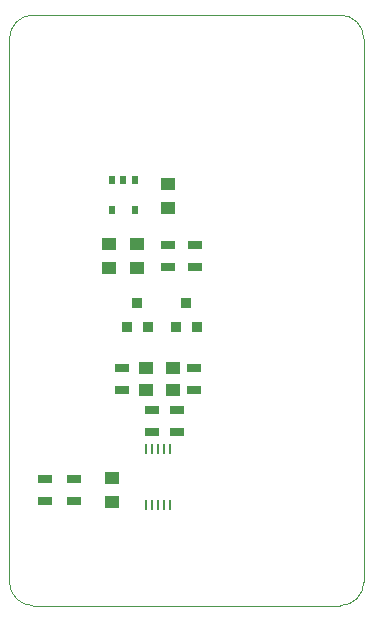
<source format=gbr>
G04 #@! TF.FileFunction,Paste,Top*
%FSLAX46Y46*%
G04 Gerber Fmt 4.6, Leading zero omitted, Abs format (unit mm)*
G04 Created by KiCad (PCBNEW 4.0.5-e0-6337~49~ubuntu16.04.1) date Sun Jan 29 14:42:25 2017*
%MOMM*%
%LPD*%
G01*
G04 APERTURE LIST*
%ADD10C,0.200000*%
%ADD11C,0.100000*%
%ADD12R,1.300000X1.100000*%
%ADD13R,1.300000X0.700000*%
%ADD14R,1.250000X1.000000*%
%ADD15R,0.508000X0.762000*%
%ADD16R,0.914400X0.914400*%
%ADD17R,0.200000X0.880000*%
G04 APERTURE END LIST*
D10*
D11*
X128000000Y-100000000D02*
G75*
G03X130000000Y-98000000I0J2000000D01*
G01*
X100000000Y-98000000D02*
G75*
G03X102000000Y-100000000I2000000J0D01*
G01*
X130000000Y-52000000D02*
G75*
G03X128000000Y-50000000I-2000000J0D01*
G01*
X102000000Y-50000000D02*
G75*
G03X100000000Y-52000000I0J-2000000D01*
G01*
X128000000Y-50000000D02*
X102000000Y-50000000D01*
X130000000Y-98000000D02*
X130000000Y-52000000D01*
X102000000Y-100000000D02*
X128000000Y-100000000D01*
X100000000Y-52000000D02*
X100000000Y-98000000D01*
D12*
X111550000Y-81750000D03*
X113850000Y-81750000D03*
X113850000Y-79850000D03*
X111550000Y-79850000D03*
D13*
X112100000Y-85300000D03*
X112100000Y-83400000D03*
X114200000Y-83400000D03*
X114200000Y-85300000D03*
X115600000Y-79850000D03*
X115600000Y-81750000D03*
X109500000Y-79850000D03*
X109500000Y-81750000D03*
X103000000Y-89250000D03*
X103000000Y-91150000D03*
X105500000Y-89250000D03*
X105500000Y-91150000D03*
X115700000Y-69450000D03*
X115700000Y-71350000D03*
X113400000Y-69450000D03*
X113400000Y-71350000D03*
D14*
X108700000Y-89200000D03*
X108700000Y-91200000D03*
X110800000Y-69400000D03*
X110800000Y-71400000D03*
X108450000Y-69400000D03*
X108450000Y-71400000D03*
X113450000Y-64300000D03*
X113450000Y-66300000D03*
D15*
X110602500Y-63980000D03*
X108697500Y-63980000D03*
X110602500Y-66520000D03*
X109650000Y-63980000D03*
X108697500Y-66520000D03*
D16*
X115839000Y-76416000D03*
X114061000Y-76416000D03*
X114950000Y-74384000D03*
X111689000Y-76416000D03*
X109911000Y-76416000D03*
X110800000Y-74384000D03*
D17*
X113600000Y-86750000D03*
X113100000Y-86750000D03*
X112600000Y-86750000D03*
X112100000Y-86750000D03*
X111600000Y-86750000D03*
X111584000Y-91450000D03*
X112092000Y-91450000D03*
X112600000Y-91450000D03*
X113108000Y-91450000D03*
X113616000Y-91450000D03*
M02*

</source>
